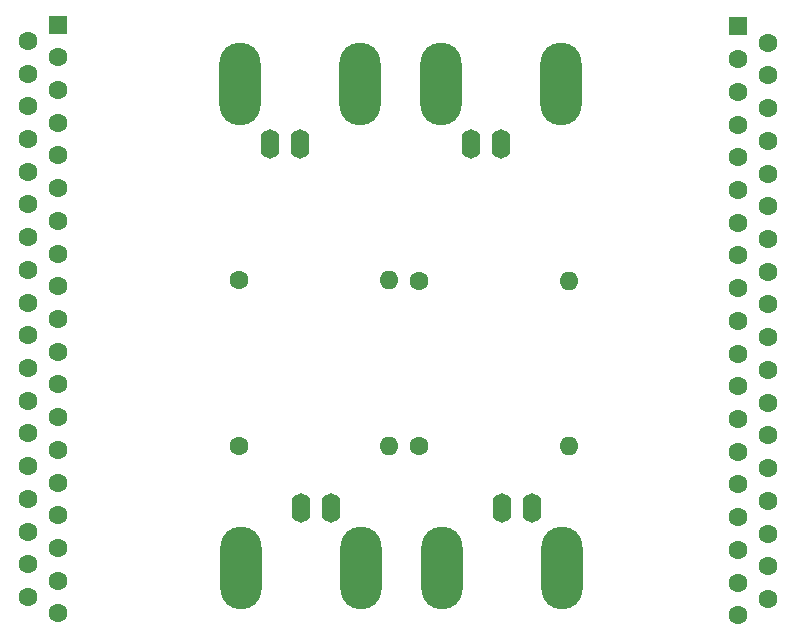
<source format=gbr>
%TF.GenerationSoftware,KiCad,Pcbnew,7.0.6*%
%TF.CreationDate,2023-08-22T16:48:19+01:00*%
%TF.ProjectId,trigger_cable,74726967-6765-4725-9f63-61626c652e6b,rev?*%
%TF.SameCoordinates,Original*%
%TF.FileFunction,Copper,L2,Bot*%
%TF.FilePolarity,Positive*%
%FSLAX46Y46*%
G04 Gerber Fmt 4.6, Leading zero omitted, Abs format (unit mm)*
G04 Created by KiCad (PCBNEW 7.0.6) date 2023-08-22 16:48:19*
%MOMM*%
%LPD*%
G01*
G04 APERTURE LIST*
%TA.AperFunction,ComponentPad*%
%ADD10R,1.600000X1.600000*%
%TD*%
%TA.AperFunction,ComponentPad*%
%ADD11C,1.600000*%
%TD*%
%TA.AperFunction,ComponentPad*%
%ADD12O,1.600000X1.600000*%
%TD*%
%TA.AperFunction,ComponentPad*%
%ADD13O,1.600000X2.500000*%
%TD*%
%TA.AperFunction,ComponentPad*%
%ADD14O,3.500000X7.000000*%
%TD*%
G04 APERTURE END LIST*
D10*
%TO.P,J1,1,1*%
%TO.N,Net-(J6-In)*%
X54250331Y-59115000D03*
D11*
%TO.P,J1,2,2*%
%TO.N,Net-(J5-In)*%
X54250331Y-61885000D03*
%TO.P,J1,3,3*%
%TO.N,Net-(J4-In)*%
X54250331Y-64655000D03*
%TO.P,J1,4,4*%
%TO.N,Net-(J3-In)*%
X54250331Y-67425000D03*
%TO.P,J1,5,5*%
%TO.N,Net-(J1-Pad5)*%
X54250331Y-70195000D03*
%TO.P,J1,6,6*%
%TO.N,Net-(J1-Pad6)*%
X54250331Y-72965000D03*
%TO.P,J1,7,7*%
%TO.N,Net-(J1-Pad7)*%
X54250331Y-75735000D03*
%TO.P,J1,8,8*%
%TO.N,Net-(J1-Pad8)*%
X54250331Y-78505000D03*
%TO.P,J1,9,9*%
%TO.N,GND*%
X54250331Y-81275000D03*
%TO.P,J1,10,10*%
X54250331Y-84045000D03*
%TO.P,J1,11,11*%
X54250331Y-86815000D03*
%TO.P,J1,12,12*%
X54250331Y-89585000D03*
%TO.P,J1,13,13*%
X54250331Y-92355000D03*
%TO.P,J1,14,14*%
X54250331Y-95125000D03*
%TO.P,J1,15,15*%
X54250331Y-97895000D03*
%TO.P,J1,16,16*%
X54250331Y-100665000D03*
%TO.P,J1,17,17*%
%TO.N,unconnected-(J1-Pad17)*%
X54250331Y-103435000D03*
%TO.P,J1,18,18*%
%TO.N,unconnected-(J1-Pad18)*%
X54250331Y-106205000D03*
%TO.P,J1,19,19*%
%TO.N,unconnected-(J1-Pad19)*%
X54250331Y-108975000D03*
%TO.P,J1,20,20*%
%TO.N,unconnected-(J1-Pad20)*%
X51710331Y-60500000D03*
%TO.P,J1,21,21*%
%TO.N,unconnected-(J1-Pad21)*%
X51710331Y-63270000D03*
%TO.P,J1,22,22*%
%TO.N,unconnected-(J1-Pad22)*%
X51710331Y-66040000D03*
%TO.P,J1,23,23*%
%TO.N,unconnected-(J1-Pad23)*%
X51710331Y-68810000D03*
%TO.P,J1,24,24*%
%TO.N,unconnected-(J1-Pad24)*%
X51710331Y-71580000D03*
%TO.P,J1,25,25*%
%TO.N,unconnected-(J1-Pad25)*%
X51710331Y-74350000D03*
%TO.P,J1,26,26*%
%TO.N,unconnected-(J1-Pad26)*%
X51710331Y-77120000D03*
%TO.P,J1,27,27*%
%TO.N,unconnected-(J1-Pad27)*%
X51710331Y-79890000D03*
%TO.P,J1,28,28*%
%TO.N,unconnected-(J1-Pad28)*%
X51710331Y-82660000D03*
%TO.P,J1,29,29*%
%TO.N,unconnected-(J1-Pad29)*%
X51710331Y-85430000D03*
%TO.P,J1,30,30*%
%TO.N,unconnected-(J1-Pad30)*%
X51710331Y-88200000D03*
%TO.P,J1,31,31*%
%TO.N,unconnected-(J1-Pad31)*%
X51710331Y-90970000D03*
%TO.P,J1,32,32*%
%TO.N,unconnected-(J1-Pad32)*%
X51710331Y-93740000D03*
%TO.P,J1,33,33*%
%TO.N,unconnected-(J1-Pad33)*%
X51710331Y-96510000D03*
%TO.P,J1,34,34*%
%TO.N,unconnected-(J1-Pad34)*%
X51710331Y-99280000D03*
%TO.P,J1,35,35*%
%TO.N,unconnected-(J1-Pad35)*%
X51710331Y-102050000D03*
%TO.P,J1,36,36*%
%TO.N,unconnected-(J1-Pad36)*%
X51710331Y-104820000D03*
%TO.P,J1,37,37*%
%TO.N,GND*%
X51710331Y-107590000D03*
%TD*%
%TO.P,R4,1*%
%TO.N,Net-(J6-In)*%
X69500000Y-94800000D03*
D12*
%TO.P,R4,2*%
%TO.N,GND*%
X82200000Y-94800000D03*
%TD*%
D11*
%TO.P,R2,1*%
%TO.N,Net-(J4-In)*%
X69550000Y-80750000D03*
D12*
%TO.P,R2,2*%
%TO.N,GND*%
X82250000Y-80750000D03*
%TD*%
D10*
%TO.P,J7,1,1*%
%TO.N,unconnected-(J7-Pad1)*%
X111760000Y-59275000D03*
D11*
%TO.P,J7,2,2*%
%TO.N,unconnected-(J7-Pad2)*%
X111760000Y-62045000D03*
%TO.P,J7,3,3*%
%TO.N,unconnected-(J7-Pad3)*%
X111760000Y-64815000D03*
%TO.P,J7,4,4*%
%TO.N,unconnected-(J7-Pad4)*%
X111760000Y-67585000D03*
%TO.P,J7,5,5*%
%TO.N,Net-(J1-Pad5)*%
X111760000Y-70355000D03*
%TO.P,J7,6,6*%
%TO.N,Net-(J1-Pad6)*%
X111760000Y-73125000D03*
%TO.P,J7,7,7*%
%TO.N,Net-(J1-Pad7)*%
X111760000Y-75895000D03*
%TO.P,J7,8,8*%
%TO.N,Net-(J1-Pad8)*%
X111760000Y-78665000D03*
%TO.P,J7,9,9*%
%TO.N,GND*%
X111760000Y-81435000D03*
%TO.P,J7,10,10*%
X111760000Y-84205000D03*
%TO.P,J7,11,11*%
X111760000Y-86975000D03*
%TO.P,J7,12,12*%
X111760000Y-89745000D03*
%TO.P,J7,13,13*%
X111760000Y-92515000D03*
%TO.P,J7,14,14*%
X111760000Y-95285000D03*
%TO.P,J7,15,15*%
X111760000Y-98055000D03*
%TO.P,J7,16,16*%
X111760000Y-100825000D03*
%TO.P,J7,17,17*%
%TO.N,unconnected-(J7-Pad17)*%
X111760000Y-103595000D03*
%TO.P,J7,18,18*%
%TO.N,unconnected-(J7-Pad18)*%
X111760000Y-106365000D03*
%TO.P,J7,19,19*%
%TO.N,unconnected-(J7-Pad19)*%
X111760000Y-109135000D03*
%TO.P,J7,20,20*%
%TO.N,unconnected-(J7-Pad20)*%
X114300000Y-60660000D03*
%TO.P,J7,21,21*%
%TO.N,unconnected-(J7-Pad21)*%
X114300000Y-63430000D03*
%TO.P,J7,22,22*%
%TO.N,unconnected-(J7-Pad22)*%
X114300000Y-66200000D03*
%TO.P,J7,23,23*%
%TO.N,unconnected-(J7-Pad23)*%
X114300000Y-68970000D03*
%TO.P,J7,24,24*%
%TO.N,unconnected-(J7-Pad24)*%
X114300000Y-71740000D03*
%TO.P,J7,25,25*%
%TO.N,unconnected-(J7-Pad25)*%
X114300000Y-74510000D03*
%TO.P,J7,26,26*%
%TO.N,unconnected-(J7-Pad26)*%
X114300000Y-77280000D03*
%TO.P,J7,27,27*%
%TO.N,unconnected-(J7-Pad27)*%
X114300000Y-80050000D03*
%TO.P,J7,28,28*%
%TO.N,unconnected-(J7-Pad28)*%
X114300000Y-82820000D03*
%TO.P,J7,29,29*%
%TO.N,unconnected-(J7-Pad29)*%
X114300000Y-85590000D03*
%TO.P,J7,30,30*%
%TO.N,unconnected-(J7-Pad30)*%
X114300000Y-88360000D03*
%TO.P,J7,31,31*%
%TO.N,unconnected-(J7-Pad31)*%
X114300000Y-91130000D03*
%TO.P,J7,32,32*%
%TO.N,unconnected-(J7-Pad32)*%
X114300000Y-93900000D03*
%TO.P,J7,33,33*%
%TO.N,unconnected-(J7-Pad33)*%
X114300000Y-96670000D03*
%TO.P,J7,34,34*%
%TO.N,unconnected-(J7-Pad34)*%
X114300000Y-99440000D03*
%TO.P,J7,35,35*%
%TO.N,unconnected-(J7-Pad35)*%
X114300000Y-102210000D03*
%TO.P,J7,36,36*%
%TO.N,unconnected-(J7-Pad36)*%
X114300000Y-104980000D03*
%TO.P,J7,37,37*%
%TO.N,GND*%
X114300000Y-107750000D03*
%TD*%
D13*
%TO.P,J3,1,In*%
%TO.N,Net-(J3-In)*%
X91740000Y-69200000D03*
D14*
%TO.P,J3,2,Ext*%
%TO.N,GND*%
X86660000Y-64120000D03*
D13*
X89200000Y-69200000D03*
D14*
X96820000Y-64120000D03*
%TD*%
D13*
%TO.P,J4,1,In*%
%TO.N,Net-(J4-In)*%
X74740000Y-69200000D03*
D14*
%TO.P,J4,2,Ext*%
%TO.N,GND*%
X69660000Y-64120000D03*
D13*
X72200000Y-69200000D03*
D14*
X79820000Y-64120000D03*
%TD*%
D13*
%TO.P,J5,1,In*%
%TO.N,Net-(J5-In)*%
X91800000Y-100050000D03*
D14*
%TO.P,J5,2,Ext*%
%TO.N,GND*%
X96880000Y-105130000D03*
D13*
X94340000Y-100050000D03*
D14*
X86720000Y-105130000D03*
%TD*%
D11*
%TO.P,R1,1*%
%TO.N,Net-(J3-In)*%
X84800000Y-80800000D03*
D12*
%TO.P,R1,2*%
%TO.N,GND*%
X97500000Y-80800000D03*
%TD*%
D13*
%TO.P,J6,1,In*%
%TO.N,Net-(J6-In)*%
X74800000Y-100050000D03*
D14*
%TO.P,J6,2,Ext*%
%TO.N,GND*%
X79880000Y-105130000D03*
D13*
X77340000Y-100050000D03*
D14*
X69720000Y-105130000D03*
%TD*%
D11*
%TO.P,R3,1*%
%TO.N,Net-(J5-In)*%
X84800000Y-94800000D03*
D12*
%TO.P,R3,2*%
%TO.N,GND*%
X97500000Y-94800000D03*
%TD*%
M02*

</source>
